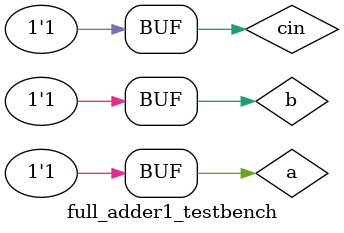
<source format=v>
`define DELAY 20
module full_adder1_testbench();

	reg a, b, cin;
	wire cout, sum;
	
	full_adder1 fa(cout, sum, a, b, cin);
	
	
	initial
		begin
			a = 1'b0; b = 1'b0; cin = 1'b0;
			#`DELAY
			a = 1'b0; b = 1'b0; cin = 1'b1;
			#`DELAY
			a = 1'b0; b = 1'b1; cin = 1'b0;
			#`DELAY
			a = 1'b0; b = 1'b1; cin = 1'b1;
			#`DELAY
			a = 1'b1; b = 1'b0; cin = 1'b0;
			#`DELAY
			a = 1'b1; b = 1'b0; cin = 1'b1;
			#`DELAY
			a = 1'b1; b = 1'b1; cin = 1'b0;
			#`DELAY
			a = 1'b1; b = 1'b1; cin = 1'b1;
		end
		
	initial 
		begin
		
		$monitor("time = %2d, a =%1b, b=%1b, cin=%1b, sum=%1b, cout=%1b", $time, a, b, cin, sum, cout);
		end
		
		
endmodule
		
		
		
		
		
		
		
		
</source>
